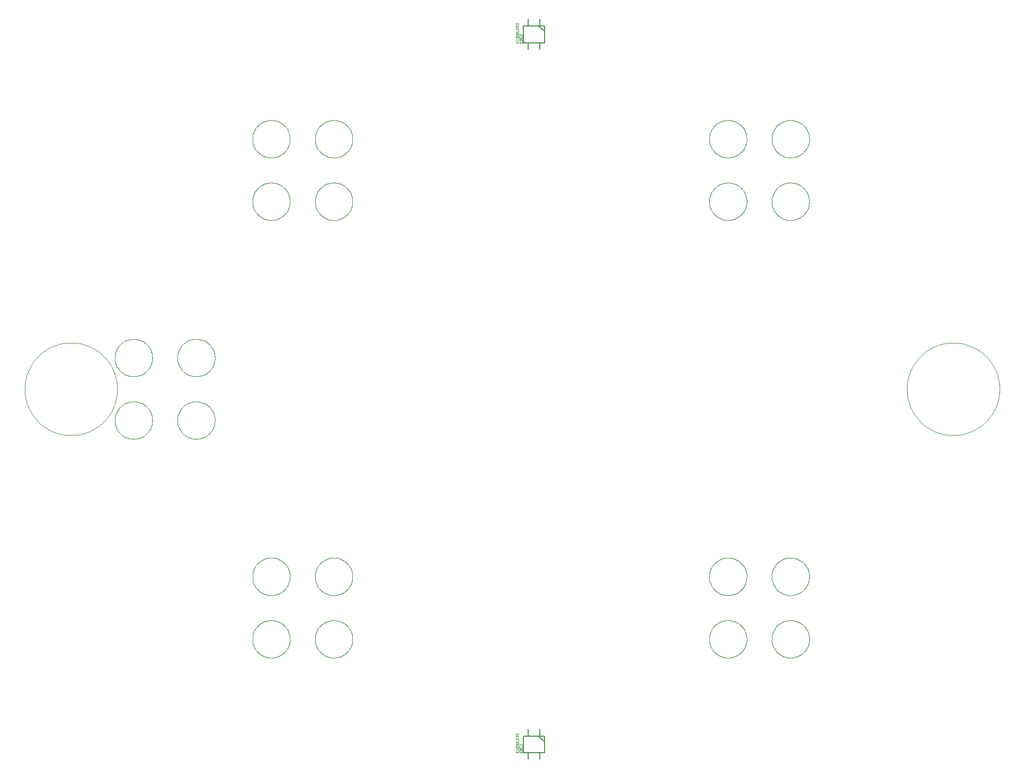
<source format=gbo>
G75*
%MOIN*%
%OFA0B0*%
%FSLAX24Y24*%
%IPPOS*%
%LPD*%
%AMOC8*
5,1,8,0,0,1.08239X$1,22.5*
%
%ADD10C,0.0039*%
%ADD11C,0.0050*%
%ADD12C,0.0000*%
D10*
X023487Y014747D02*
X023489Y014816D01*
X023495Y014884D01*
X023505Y014952D01*
X023519Y015019D01*
X023537Y015086D01*
X023558Y015151D01*
X023584Y015215D01*
X023613Y015277D01*
X023645Y015337D01*
X023681Y015396D01*
X023721Y015452D01*
X023763Y015506D01*
X023809Y015557D01*
X023858Y015606D01*
X023909Y015652D01*
X023963Y015694D01*
X024019Y015734D01*
X024077Y015770D01*
X024138Y015802D01*
X024200Y015831D01*
X024264Y015857D01*
X024329Y015878D01*
X024396Y015896D01*
X024463Y015910D01*
X024531Y015920D01*
X024599Y015926D01*
X024668Y015928D01*
X024737Y015926D01*
X024805Y015920D01*
X024873Y015910D01*
X024940Y015896D01*
X025007Y015878D01*
X025072Y015857D01*
X025136Y015831D01*
X025198Y015802D01*
X025258Y015770D01*
X025317Y015734D01*
X025373Y015694D01*
X025427Y015652D01*
X025478Y015606D01*
X025527Y015557D01*
X025573Y015506D01*
X025615Y015452D01*
X025655Y015396D01*
X025691Y015337D01*
X025723Y015277D01*
X025752Y015215D01*
X025778Y015151D01*
X025799Y015086D01*
X025817Y015019D01*
X025831Y014952D01*
X025841Y014884D01*
X025847Y014816D01*
X025849Y014747D01*
X025847Y014678D01*
X025841Y014610D01*
X025831Y014542D01*
X025817Y014475D01*
X025799Y014408D01*
X025778Y014343D01*
X025752Y014279D01*
X025723Y014217D01*
X025691Y014156D01*
X025655Y014098D01*
X025615Y014042D01*
X025573Y013988D01*
X025527Y013937D01*
X025478Y013888D01*
X025427Y013842D01*
X025373Y013800D01*
X025317Y013760D01*
X025259Y013724D01*
X025198Y013692D01*
X025136Y013663D01*
X025072Y013637D01*
X025007Y013616D01*
X024940Y013598D01*
X024873Y013584D01*
X024805Y013574D01*
X024737Y013568D01*
X024668Y013566D01*
X024599Y013568D01*
X024531Y013574D01*
X024463Y013584D01*
X024396Y013598D01*
X024329Y013616D01*
X024264Y013637D01*
X024200Y013663D01*
X024138Y013692D01*
X024077Y013724D01*
X024019Y013760D01*
X023963Y013800D01*
X023909Y013842D01*
X023858Y013888D01*
X023809Y013937D01*
X023763Y013988D01*
X023721Y014042D01*
X023681Y014098D01*
X023645Y014156D01*
X023613Y014217D01*
X023584Y014279D01*
X023558Y014343D01*
X023537Y014408D01*
X023519Y014475D01*
X023505Y014542D01*
X023495Y014610D01*
X023489Y014678D01*
X023487Y014747D01*
X023487Y018684D02*
X023489Y018753D01*
X023495Y018821D01*
X023505Y018889D01*
X023519Y018956D01*
X023537Y019023D01*
X023558Y019088D01*
X023584Y019152D01*
X023613Y019214D01*
X023645Y019274D01*
X023681Y019333D01*
X023721Y019389D01*
X023763Y019443D01*
X023809Y019494D01*
X023858Y019543D01*
X023909Y019589D01*
X023963Y019631D01*
X024019Y019671D01*
X024077Y019707D01*
X024138Y019739D01*
X024200Y019768D01*
X024264Y019794D01*
X024329Y019815D01*
X024396Y019833D01*
X024463Y019847D01*
X024531Y019857D01*
X024599Y019863D01*
X024668Y019865D01*
X024737Y019863D01*
X024805Y019857D01*
X024873Y019847D01*
X024940Y019833D01*
X025007Y019815D01*
X025072Y019794D01*
X025136Y019768D01*
X025198Y019739D01*
X025258Y019707D01*
X025317Y019671D01*
X025373Y019631D01*
X025427Y019589D01*
X025478Y019543D01*
X025527Y019494D01*
X025573Y019443D01*
X025615Y019389D01*
X025655Y019333D01*
X025691Y019274D01*
X025723Y019214D01*
X025752Y019152D01*
X025778Y019088D01*
X025799Y019023D01*
X025817Y018956D01*
X025831Y018889D01*
X025841Y018821D01*
X025847Y018753D01*
X025849Y018684D01*
X025847Y018615D01*
X025841Y018547D01*
X025831Y018479D01*
X025817Y018412D01*
X025799Y018345D01*
X025778Y018280D01*
X025752Y018216D01*
X025723Y018154D01*
X025691Y018093D01*
X025655Y018035D01*
X025615Y017979D01*
X025573Y017925D01*
X025527Y017874D01*
X025478Y017825D01*
X025427Y017779D01*
X025373Y017737D01*
X025317Y017697D01*
X025259Y017661D01*
X025198Y017629D01*
X025136Y017600D01*
X025072Y017574D01*
X025007Y017553D01*
X024940Y017535D01*
X024873Y017521D01*
X024805Y017511D01*
X024737Y017505D01*
X024668Y017503D01*
X024599Y017505D01*
X024531Y017511D01*
X024463Y017521D01*
X024396Y017535D01*
X024329Y017553D01*
X024264Y017574D01*
X024200Y017600D01*
X024138Y017629D01*
X024077Y017661D01*
X024019Y017697D01*
X023963Y017737D01*
X023909Y017779D01*
X023858Y017825D01*
X023809Y017874D01*
X023763Y017925D01*
X023721Y017979D01*
X023681Y018035D01*
X023645Y018093D01*
X023613Y018154D01*
X023584Y018216D01*
X023558Y018280D01*
X023537Y018345D01*
X023519Y018412D01*
X023505Y018479D01*
X023495Y018547D01*
X023489Y018615D01*
X023487Y018684D01*
X027424Y018684D02*
X027426Y018753D01*
X027432Y018821D01*
X027442Y018889D01*
X027456Y018956D01*
X027474Y019023D01*
X027495Y019088D01*
X027521Y019152D01*
X027550Y019214D01*
X027582Y019274D01*
X027618Y019333D01*
X027658Y019389D01*
X027700Y019443D01*
X027746Y019494D01*
X027795Y019543D01*
X027846Y019589D01*
X027900Y019631D01*
X027956Y019671D01*
X028014Y019707D01*
X028075Y019739D01*
X028137Y019768D01*
X028201Y019794D01*
X028266Y019815D01*
X028333Y019833D01*
X028400Y019847D01*
X028468Y019857D01*
X028536Y019863D01*
X028605Y019865D01*
X028674Y019863D01*
X028742Y019857D01*
X028810Y019847D01*
X028877Y019833D01*
X028944Y019815D01*
X029009Y019794D01*
X029073Y019768D01*
X029135Y019739D01*
X029195Y019707D01*
X029254Y019671D01*
X029310Y019631D01*
X029364Y019589D01*
X029415Y019543D01*
X029464Y019494D01*
X029510Y019443D01*
X029552Y019389D01*
X029592Y019333D01*
X029628Y019274D01*
X029660Y019214D01*
X029689Y019152D01*
X029715Y019088D01*
X029736Y019023D01*
X029754Y018956D01*
X029768Y018889D01*
X029778Y018821D01*
X029784Y018753D01*
X029786Y018684D01*
X029784Y018615D01*
X029778Y018547D01*
X029768Y018479D01*
X029754Y018412D01*
X029736Y018345D01*
X029715Y018280D01*
X029689Y018216D01*
X029660Y018154D01*
X029628Y018093D01*
X029592Y018035D01*
X029552Y017979D01*
X029510Y017925D01*
X029464Y017874D01*
X029415Y017825D01*
X029364Y017779D01*
X029310Y017737D01*
X029254Y017697D01*
X029196Y017661D01*
X029135Y017629D01*
X029073Y017600D01*
X029009Y017574D01*
X028944Y017553D01*
X028877Y017535D01*
X028810Y017521D01*
X028742Y017511D01*
X028674Y017505D01*
X028605Y017503D01*
X028536Y017505D01*
X028468Y017511D01*
X028400Y017521D01*
X028333Y017535D01*
X028266Y017553D01*
X028201Y017574D01*
X028137Y017600D01*
X028075Y017629D01*
X028014Y017661D01*
X027956Y017697D01*
X027900Y017737D01*
X027846Y017779D01*
X027795Y017825D01*
X027746Y017874D01*
X027700Y017925D01*
X027658Y017979D01*
X027618Y018035D01*
X027582Y018093D01*
X027550Y018154D01*
X027521Y018216D01*
X027495Y018280D01*
X027474Y018345D01*
X027456Y018412D01*
X027442Y018479D01*
X027432Y018547D01*
X027426Y018615D01*
X027424Y018684D01*
X027424Y014747D02*
X027426Y014816D01*
X027432Y014884D01*
X027442Y014952D01*
X027456Y015019D01*
X027474Y015086D01*
X027495Y015151D01*
X027521Y015215D01*
X027550Y015277D01*
X027582Y015337D01*
X027618Y015396D01*
X027658Y015452D01*
X027700Y015506D01*
X027746Y015557D01*
X027795Y015606D01*
X027846Y015652D01*
X027900Y015694D01*
X027956Y015734D01*
X028014Y015770D01*
X028075Y015802D01*
X028137Y015831D01*
X028201Y015857D01*
X028266Y015878D01*
X028333Y015896D01*
X028400Y015910D01*
X028468Y015920D01*
X028536Y015926D01*
X028605Y015928D01*
X028674Y015926D01*
X028742Y015920D01*
X028810Y015910D01*
X028877Y015896D01*
X028944Y015878D01*
X029009Y015857D01*
X029073Y015831D01*
X029135Y015802D01*
X029195Y015770D01*
X029254Y015734D01*
X029310Y015694D01*
X029364Y015652D01*
X029415Y015606D01*
X029464Y015557D01*
X029510Y015506D01*
X029552Y015452D01*
X029592Y015396D01*
X029628Y015337D01*
X029660Y015277D01*
X029689Y015215D01*
X029715Y015151D01*
X029736Y015086D01*
X029754Y015019D01*
X029768Y014952D01*
X029778Y014884D01*
X029784Y014816D01*
X029786Y014747D01*
X029784Y014678D01*
X029778Y014610D01*
X029768Y014542D01*
X029754Y014475D01*
X029736Y014408D01*
X029715Y014343D01*
X029689Y014279D01*
X029660Y014217D01*
X029628Y014156D01*
X029592Y014098D01*
X029552Y014042D01*
X029510Y013988D01*
X029464Y013937D01*
X029415Y013888D01*
X029364Y013842D01*
X029310Y013800D01*
X029254Y013760D01*
X029196Y013724D01*
X029135Y013692D01*
X029073Y013663D01*
X029009Y013637D01*
X028944Y013616D01*
X028877Y013598D01*
X028810Y013584D01*
X028742Y013574D01*
X028674Y013568D01*
X028605Y013566D01*
X028536Y013568D01*
X028468Y013574D01*
X028400Y013584D01*
X028333Y013598D01*
X028266Y013616D01*
X028201Y013637D01*
X028137Y013663D01*
X028075Y013692D01*
X028014Y013724D01*
X027956Y013760D01*
X027900Y013800D01*
X027846Y013842D01*
X027795Y013888D01*
X027746Y013937D01*
X027700Y013988D01*
X027658Y014042D01*
X027618Y014098D01*
X027582Y014156D01*
X027550Y014217D01*
X027521Y014279D01*
X027495Y014343D01*
X027474Y014408D01*
X027456Y014475D01*
X027442Y014542D01*
X027432Y014610D01*
X027426Y014678D01*
X027424Y014747D01*
X018763Y028526D02*
X018765Y028595D01*
X018771Y028663D01*
X018781Y028731D01*
X018795Y028798D01*
X018813Y028865D01*
X018834Y028930D01*
X018860Y028994D01*
X018889Y029056D01*
X018921Y029116D01*
X018957Y029175D01*
X018997Y029231D01*
X019039Y029285D01*
X019085Y029336D01*
X019134Y029385D01*
X019185Y029431D01*
X019239Y029473D01*
X019295Y029513D01*
X019353Y029549D01*
X019414Y029581D01*
X019476Y029610D01*
X019540Y029636D01*
X019605Y029657D01*
X019672Y029675D01*
X019739Y029689D01*
X019807Y029699D01*
X019875Y029705D01*
X019944Y029707D01*
X020013Y029705D01*
X020081Y029699D01*
X020149Y029689D01*
X020216Y029675D01*
X020283Y029657D01*
X020348Y029636D01*
X020412Y029610D01*
X020474Y029581D01*
X020534Y029549D01*
X020593Y029513D01*
X020649Y029473D01*
X020703Y029431D01*
X020754Y029385D01*
X020803Y029336D01*
X020849Y029285D01*
X020891Y029231D01*
X020931Y029175D01*
X020967Y029116D01*
X020999Y029056D01*
X021028Y028994D01*
X021054Y028930D01*
X021075Y028865D01*
X021093Y028798D01*
X021107Y028731D01*
X021117Y028663D01*
X021123Y028595D01*
X021125Y028526D01*
X021123Y028457D01*
X021117Y028389D01*
X021107Y028321D01*
X021093Y028254D01*
X021075Y028187D01*
X021054Y028122D01*
X021028Y028058D01*
X020999Y027996D01*
X020967Y027935D01*
X020931Y027877D01*
X020891Y027821D01*
X020849Y027767D01*
X020803Y027716D01*
X020754Y027667D01*
X020703Y027621D01*
X020649Y027579D01*
X020593Y027539D01*
X020535Y027503D01*
X020474Y027471D01*
X020412Y027442D01*
X020348Y027416D01*
X020283Y027395D01*
X020216Y027377D01*
X020149Y027363D01*
X020081Y027353D01*
X020013Y027347D01*
X019944Y027345D01*
X019875Y027347D01*
X019807Y027353D01*
X019739Y027363D01*
X019672Y027377D01*
X019605Y027395D01*
X019540Y027416D01*
X019476Y027442D01*
X019414Y027471D01*
X019353Y027503D01*
X019295Y027539D01*
X019239Y027579D01*
X019185Y027621D01*
X019134Y027667D01*
X019085Y027716D01*
X019039Y027767D01*
X018997Y027821D01*
X018957Y027877D01*
X018921Y027935D01*
X018889Y027996D01*
X018860Y028058D01*
X018834Y028122D01*
X018813Y028187D01*
X018795Y028254D01*
X018781Y028321D01*
X018771Y028389D01*
X018765Y028457D01*
X018763Y028526D01*
X014826Y028526D02*
X014828Y028595D01*
X014834Y028663D01*
X014844Y028731D01*
X014858Y028798D01*
X014876Y028865D01*
X014897Y028930D01*
X014923Y028994D01*
X014952Y029056D01*
X014984Y029116D01*
X015020Y029175D01*
X015060Y029231D01*
X015102Y029285D01*
X015148Y029336D01*
X015197Y029385D01*
X015248Y029431D01*
X015302Y029473D01*
X015358Y029513D01*
X015416Y029549D01*
X015477Y029581D01*
X015539Y029610D01*
X015603Y029636D01*
X015668Y029657D01*
X015735Y029675D01*
X015802Y029689D01*
X015870Y029699D01*
X015938Y029705D01*
X016007Y029707D01*
X016076Y029705D01*
X016144Y029699D01*
X016212Y029689D01*
X016279Y029675D01*
X016346Y029657D01*
X016411Y029636D01*
X016475Y029610D01*
X016537Y029581D01*
X016597Y029549D01*
X016656Y029513D01*
X016712Y029473D01*
X016766Y029431D01*
X016817Y029385D01*
X016866Y029336D01*
X016912Y029285D01*
X016954Y029231D01*
X016994Y029175D01*
X017030Y029116D01*
X017062Y029056D01*
X017091Y028994D01*
X017117Y028930D01*
X017138Y028865D01*
X017156Y028798D01*
X017170Y028731D01*
X017180Y028663D01*
X017186Y028595D01*
X017188Y028526D01*
X017186Y028457D01*
X017180Y028389D01*
X017170Y028321D01*
X017156Y028254D01*
X017138Y028187D01*
X017117Y028122D01*
X017091Y028058D01*
X017062Y027996D01*
X017030Y027935D01*
X016994Y027877D01*
X016954Y027821D01*
X016912Y027767D01*
X016866Y027716D01*
X016817Y027667D01*
X016766Y027621D01*
X016712Y027579D01*
X016656Y027539D01*
X016598Y027503D01*
X016537Y027471D01*
X016475Y027442D01*
X016411Y027416D01*
X016346Y027395D01*
X016279Y027377D01*
X016212Y027363D01*
X016144Y027353D01*
X016076Y027347D01*
X016007Y027345D01*
X015938Y027347D01*
X015870Y027353D01*
X015802Y027363D01*
X015735Y027377D01*
X015668Y027395D01*
X015603Y027416D01*
X015539Y027442D01*
X015477Y027471D01*
X015416Y027503D01*
X015358Y027539D01*
X015302Y027579D01*
X015248Y027621D01*
X015197Y027667D01*
X015148Y027716D01*
X015102Y027767D01*
X015060Y027821D01*
X015020Y027877D01*
X014984Y027935D01*
X014952Y027996D01*
X014923Y028058D01*
X014897Y028122D01*
X014876Y028187D01*
X014858Y028254D01*
X014844Y028321D01*
X014834Y028389D01*
X014828Y028457D01*
X014826Y028526D01*
X009157Y030495D02*
X009159Y030603D01*
X009165Y030710D01*
X009175Y030817D01*
X009189Y030924D01*
X009207Y031030D01*
X009228Y031136D01*
X009254Y031240D01*
X009283Y031344D01*
X009317Y031446D01*
X009354Y031547D01*
X009394Y031647D01*
X009439Y031745D01*
X009487Y031841D01*
X009538Y031936D01*
X009593Y032028D01*
X009652Y032119D01*
X009713Y032207D01*
X009778Y032293D01*
X009846Y032377D01*
X009917Y032457D01*
X009991Y032536D01*
X010068Y032611D01*
X010148Y032684D01*
X010230Y032753D01*
X010315Y032820D01*
X010402Y032883D01*
X010491Y032943D01*
X010583Y033000D01*
X010676Y033053D01*
X010772Y033103D01*
X010869Y033149D01*
X010968Y033191D01*
X011068Y033230D01*
X011170Y033265D01*
X011273Y033297D01*
X011377Y033324D01*
X011482Y033348D01*
X011588Y033368D01*
X011694Y033384D01*
X011801Y033396D01*
X011909Y033404D01*
X012016Y033408D01*
X012124Y033408D01*
X012231Y033404D01*
X012339Y033396D01*
X012446Y033384D01*
X012552Y033368D01*
X012658Y033348D01*
X012763Y033324D01*
X012867Y033297D01*
X012970Y033265D01*
X013072Y033230D01*
X013172Y033191D01*
X013271Y033149D01*
X013368Y033103D01*
X013464Y033053D01*
X013557Y033000D01*
X013649Y032943D01*
X013738Y032883D01*
X013825Y032820D01*
X013910Y032753D01*
X013992Y032684D01*
X014072Y032611D01*
X014149Y032536D01*
X014223Y032457D01*
X014294Y032377D01*
X014362Y032293D01*
X014427Y032207D01*
X014488Y032119D01*
X014547Y032028D01*
X014602Y031936D01*
X014653Y031841D01*
X014701Y031745D01*
X014746Y031647D01*
X014786Y031547D01*
X014823Y031446D01*
X014857Y031344D01*
X014886Y031240D01*
X014912Y031136D01*
X014933Y031030D01*
X014951Y030924D01*
X014965Y030817D01*
X014975Y030710D01*
X014981Y030603D01*
X014983Y030495D01*
X014981Y030387D01*
X014975Y030280D01*
X014965Y030173D01*
X014951Y030066D01*
X014933Y029960D01*
X014912Y029854D01*
X014886Y029750D01*
X014857Y029646D01*
X014823Y029544D01*
X014786Y029443D01*
X014746Y029343D01*
X014701Y029245D01*
X014653Y029149D01*
X014602Y029054D01*
X014547Y028962D01*
X014488Y028871D01*
X014427Y028783D01*
X014362Y028697D01*
X014294Y028613D01*
X014223Y028533D01*
X014149Y028454D01*
X014072Y028379D01*
X013992Y028306D01*
X013910Y028237D01*
X013825Y028170D01*
X013738Y028107D01*
X013649Y028047D01*
X013557Y027990D01*
X013464Y027937D01*
X013368Y027887D01*
X013271Y027841D01*
X013172Y027799D01*
X013072Y027760D01*
X012970Y027725D01*
X012867Y027693D01*
X012763Y027666D01*
X012658Y027642D01*
X012552Y027622D01*
X012446Y027606D01*
X012339Y027594D01*
X012231Y027586D01*
X012124Y027582D01*
X012016Y027582D01*
X011909Y027586D01*
X011801Y027594D01*
X011694Y027606D01*
X011588Y027622D01*
X011482Y027642D01*
X011377Y027666D01*
X011273Y027693D01*
X011170Y027725D01*
X011068Y027760D01*
X010968Y027799D01*
X010869Y027841D01*
X010772Y027887D01*
X010676Y027937D01*
X010583Y027990D01*
X010491Y028047D01*
X010402Y028107D01*
X010315Y028170D01*
X010230Y028237D01*
X010148Y028306D01*
X010068Y028379D01*
X009991Y028454D01*
X009917Y028533D01*
X009846Y028613D01*
X009778Y028697D01*
X009713Y028783D01*
X009652Y028871D01*
X009593Y028962D01*
X009538Y029054D01*
X009487Y029149D01*
X009439Y029245D01*
X009394Y029343D01*
X009354Y029443D01*
X009317Y029544D01*
X009283Y029646D01*
X009254Y029750D01*
X009228Y029854D01*
X009207Y029960D01*
X009189Y030066D01*
X009175Y030173D01*
X009165Y030280D01*
X009159Y030387D01*
X009157Y030495D01*
X014826Y032463D02*
X014828Y032532D01*
X014834Y032600D01*
X014844Y032668D01*
X014858Y032735D01*
X014876Y032802D01*
X014897Y032867D01*
X014923Y032931D01*
X014952Y032993D01*
X014984Y033053D01*
X015020Y033112D01*
X015060Y033168D01*
X015102Y033222D01*
X015148Y033273D01*
X015197Y033322D01*
X015248Y033368D01*
X015302Y033410D01*
X015358Y033450D01*
X015416Y033486D01*
X015477Y033518D01*
X015539Y033547D01*
X015603Y033573D01*
X015668Y033594D01*
X015735Y033612D01*
X015802Y033626D01*
X015870Y033636D01*
X015938Y033642D01*
X016007Y033644D01*
X016076Y033642D01*
X016144Y033636D01*
X016212Y033626D01*
X016279Y033612D01*
X016346Y033594D01*
X016411Y033573D01*
X016475Y033547D01*
X016537Y033518D01*
X016597Y033486D01*
X016656Y033450D01*
X016712Y033410D01*
X016766Y033368D01*
X016817Y033322D01*
X016866Y033273D01*
X016912Y033222D01*
X016954Y033168D01*
X016994Y033112D01*
X017030Y033053D01*
X017062Y032993D01*
X017091Y032931D01*
X017117Y032867D01*
X017138Y032802D01*
X017156Y032735D01*
X017170Y032668D01*
X017180Y032600D01*
X017186Y032532D01*
X017188Y032463D01*
X017186Y032394D01*
X017180Y032326D01*
X017170Y032258D01*
X017156Y032191D01*
X017138Y032124D01*
X017117Y032059D01*
X017091Y031995D01*
X017062Y031933D01*
X017030Y031872D01*
X016994Y031814D01*
X016954Y031758D01*
X016912Y031704D01*
X016866Y031653D01*
X016817Y031604D01*
X016766Y031558D01*
X016712Y031516D01*
X016656Y031476D01*
X016598Y031440D01*
X016537Y031408D01*
X016475Y031379D01*
X016411Y031353D01*
X016346Y031332D01*
X016279Y031314D01*
X016212Y031300D01*
X016144Y031290D01*
X016076Y031284D01*
X016007Y031282D01*
X015938Y031284D01*
X015870Y031290D01*
X015802Y031300D01*
X015735Y031314D01*
X015668Y031332D01*
X015603Y031353D01*
X015539Y031379D01*
X015477Y031408D01*
X015416Y031440D01*
X015358Y031476D01*
X015302Y031516D01*
X015248Y031558D01*
X015197Y031604D01*
X015148Y031653D01*
X015102Y031704D01*
X015060Y031758D01*
X015020Y031814D01*
X014984Y031872D01*
X014952Y031933D01*
X014923Y031995D01*
X014897Y032059D01*
X014876Y032124D01*
X014858Y032191D01*
X014844Y032258D01*
X014834Y032326D01*
X014828Y032394D01*
X014826Y032463D01*
X018763Y032463D02*
X018765Y032532D01*
X018771Y032600D01*
X018781Y032668D01*
X018795Y032735D01*
X018813Y032802D01*
X018834Y032867D01*
X018860Y032931D01*
X018889Y032993D01*
X018921Y033053D01*
X018957Y033112D01*
X018997Y033168D01*
X019039Y033222D01*
X019085Y033273D01*
X019134Y033322D01*
X019185Y033368D01*
X019239Y033410D01*
X019295Y033450D01*
X019353Y033486D01*
X019414Y033518D01*
X019476Y033547D01*
X019540Y033573D01*
X019605Y033594D01*
X019672Y033612D01*
X019739Y033626D01*
X019807Y033636D01*
X019875Y033642D01*
X019944Y033644D01*
X020013Y033642D01*
X020081Y033636D01*
X020149Y033626D01*
X020216Y033612D01*
X020283Y033594D01*
X020348Y033573D01*
X020412Y033547D01*
X020474Y033518D01*
X020534Y033486D01*
X020593Y033450D01*
X020649Y033410D01*
X020703Y033368D01*
X020754Y033322D01*
X020803Y033273D01*
X020849Y033222D01*
X020891Y033168D01*
X020931Y033112D01*
X020967Y033053D01*
X020999Y032993D01*
X021028Y032931D01*
X021054Y032867D01*
X021075Y032802D01*
X021093Y032735D01*
X021107Y032668D01*
X021117Y032600D01*
X021123Y032532D01*
X021125Y032463D01*
X021123Y032394D01*
X021117Y032326D01*
X021107Y032258D01*
X021093Y032191D01*
X021075Y032124D01*
X021054Y032059D01*
X021028Y031995D01*
X020999Y031933D01*
X020967Y031872D01*
X020931Y031814D01*
X020891Y031758D01*
X020849Y031704D01*
X020803Y031653D01*
X020754Y031604D01*
X020703Y031558D01*
X020649Y031516D01*
X020593Y031476D01*
X020535Y031440D01*
X020474Y031408D01*
X020412Y031379D01*
X020348Y031353D01*
X020283Y031332D01*
X020216Y031314D01*
X020149Y031300D01*
X020081Y031290D01*
X020013Y031284D01*
X019944Y031282D01*
X019875Y031284D01*
X019807Y031290D01*
X019739Y031300D01*
X019672Y031314D01*
X019605Y031332D01*
X019540Y031353D01*
X019476Y031379D01*
X019414Y031408D01*
X019353Y031440D01*
X019295Y031476D01*
X019239Y031516D01*
X019185Y031558D01*
X019134Y031604D01*
X019085Y031653D01*
X019039Y031704D01*
X018997Y031758D01*
X018957Y031814D01*
X018921Y031872D01*
X018889Y031933D01*
X018860Y031995D01*
X018834Y032059D01*
X018813Y032124D01*
X018795Y032191D01*
X018781Y032258D01*
X018771Y032326D01*
X018765Y032394D01*
X018763Y032463D01*
X023487Y042306D02*
X023489Y042375D01*
X023495Y042443D01*
X023505Y042511D01*
X023519Y042578D01*
X023537Y042645D01*
X023558Y042710D01*
X023584Y042774D01*
X023613Y042836D01*
X023645Y042896D01*
X023681Y042955D01*
X023721Y043011D01*
X023763Y043065D01*
X023809Y043116D01*
X023858Y043165D01*
X023909Y043211D01*
X023963Y043253D01*
X024019Y043293D01*
X024077Y043329D01*
X024138Y043361D01*
X024200Y043390D01*
X024264Y043416D01*
X024329Y043437D01*
X024396Y043455D01*
X024463Y043469D01*
X024531Y043479D01*
X024599Y043485D01*
X024668Y043487D01*
X024737Y043485D01*
X024805Y043479D01*
X024873Y043469D01*
X024940Y043455D01*
X025007Y043437D01*
X025072Y043416D01*
X025136Y043390D01*
X025198Y043361D01*
X025258Y043329D01*
X025317Y043293D01*
X025373Y043253D01*
X025427Y043211D01*
X025478Y043165D01*
X025527Y043116D01*
X025573Y043065D01*
X025615Y043011D01*
X025655Y042955D01*
X025691Y042896D01*
X025723Y042836D01*
X025752Y042774D01*
X025778Y042710D01*
X025799Y042645D01*
X025817Y042578D01*
X025831Y042511D01*
X025841Y042443D01*
X025847Y042375D01*
X025849Y042306D01*
X025847Y042237D01*
X025841Y042169D01*
X025831Y042101D01*
X025817Y042034D01*
X025799Y041967D01*
X025778Y041902D01*
X025752Y041838D01*
X025723Y041776D01*
X025691Y041715D01*
X025655Y041657D01*
X025615Y041601D01*
X025573Y041547D01*
X025527Y041496D01*
X025478Y041447D01*
X025427Y041401D01*
X025373Y041359D01*
X025317Y041319D01*
X025259Y041283D01*
X025198Y041251D01*
X025136Y041222D01*
X025072Y041196D01*
X025007Y041175D01*
X024940Y041157D01*
X024873Y041143D01*
X024805Y041133D01*
X024737Y041127D01*
X024668Y041125D01*
X024599Y041127D01*
X024531Y041133D01*
X024463Y041143D01*
X024396Y041157D01*
X024329Y041175D01*
X024264Y041196D01*
X024200Y041222D01*
X024138Y041251D01*
X024077Y041283D01*
X024019Y041319D01*
X023963Y041359D01*
X023909Y041401D01*
X023858Y041447D01*
X023809Y041496D01*
X023763Y041547D01*
X023721Y041601D01*
X023681Y041657D01*
X023645Y041715D01*
X023613Y041776D01*
X023584Y041838D01*
X023558Y041902D01*
X023537Y041967D01*
X023519Y042034D01*
X023505Y042101D01*
X023495Y042169D01*
X023489Y042237D01*
X023487Y042306D01*
X023487Y046243D02*
X023489Y046312D01*
X023495Y046380D01*
X023505Y046448D01*
X023519Y046515D01*
X023537Y046582D01*
X023558Y046647D01*
X023584Y046711D01*
X023613Y046773D01*
X023645Y046833D01*
X023681Y046892D01*
X023721Y046948D01*
X023763Y047002D01*
X023809Y047053D01*
X023858Y047102D01*
X023909Y047148D01*
X023963Y047190D01*
X024019Y047230D01*
X024077Y047266D01*
X024138Y047298D01*
X024200Y047327D01*
X024264Y047353D01*
X024329Y047374D01*
X024396Y047392D01*
X024463Y047406D01*
X024531Y047416D01*
X024599Y047422D01*
X024668Y047424D01*
X024737Y047422D01*
X024805Y047416D01*
X024873Y047406D01*
X024940Y047392D01*
X025007Y047374D01*
X025072Y047353D01*
X025136Y047327D01*
X025198Y047298D01*
X025258Y047266D01*
X025317Y047230D01*
X025373Y047190D01*
X025427Y047148D01*
X025478Y047102D01*
X025527Y047053D01*
X025573Y047002D01*
X025615Y046948D01*
X025655Y046892D01*
X025691Y046833D01*
X025723Y046773D01*
X025752Y046711D01*
X025778Y046647D01*
X025799Y046582D01*
X025817Y046515D01*
X025831Y046448D01*
X025841Y046380D01*
X025847Y046312D01*
X025849Y046243D01*
X025847Y046174D01*
X025841Y046106D01*
X025831Y046038D01*
X025817Y045971D01*
X025799Y045904D01*
X025778Y045839D01*
X025752Y045775D01*
X025723Y045713D01*
X025691Y045652D01*
X025655Y045594D01*
X025615Y045538D01*
X025573Y045484D01*
X025527Y045433D01*
X025478Y045384D01*
X025427Y045338D01*
X025373Y045296D01*
X025317Y045256D01*
X025259Y045220D01*
X025198Y045188D01*
X025136Y045159D01*
X025072Y045133D01*
X025007Y045112D01*
X024940Y045094D01*
X024873Y045080D01*
X024805Y045070D01*
X024737Y045064D01*
X024668Y045062D01*
X024599Y045064D01*
X024531Y045070D01*
X024463Y045080D01*
X024396Y045094D01*
X024329Y045112D01*
X024264Y045133D01*
X024200Y045159D01*
X024138Y045188D01*
X024077Y045220D01*
X024019Y045256D01*
X023963Y045296D01*
X023909Y045338D01*
X023858Y045384D01*
X023809Y045433D01*
X023763Y045484D01*
X023721Y045538D01*
X023681Y045594D01*
X023645Y045652D01*
X023613Y045713D01*
X023584Y045775D01*
X023558Y045839D01*
X023537Y045904D01*
X023519Y045971D01*
X023505Y046038D01*
X023495Y046106D01*
X023489Y046174D01*
X023487Y046243D01*
X027424Y046243D02*
X027426Y046312D01*
X027432Y046380D01*
X027442Y046448D01*
X027456Y046515D01*
X027474Y046582D01*
X027495Y046647D01*
X027521Y046711D01*
X027550Y046773D01*
X027582Y046833D01*
X027618Y046892D01*
X027658Y046948D01*
X027700Y047002D01*
X027746Y047053D01*
X027795Y047102D01*
X027846Y047148D01*
X027900Y047190D01*
X027956Y047230D01*
X028014Y047266D01*
X028075Y047298D01*
X028137Y047327D01*
X028201Y047353D01*
X028266Y047374D01*
X028333Y047392D01*
X028400Y047406D01*
X028468Y047416D01*
X028536Y047422D01*
X028605Y047424D01*
X028674Y047422D01*
X028742Y047416D01*
X028810Y047406D01*
X028877Y047392D01*
X028944Y047374D01*
X029009Y047353D01*
X029073Y047327D01*
X029135Y047298D01*
X029195Y047266D01*
X029254Y047230D01*
X029310Y047190D01*
X029364Y047148D01*
X029415Y047102D01*
X029464Y047053D01*
X029510Y047002D01*
X029552Y046948D01*
X029592Y046892D01*
X029628Y046833D01*
X029660Y046773D01*
X029689Y046711D01*
X029715Y046647D01*
X029736Y046582D01*
X029754Y046515D01*
X029768Y046448D01*
X029778Y046380D01*
X029784Y046312D01*
X029786Y046243D01*
X029784Y046174D01*
X029778Y046106D01*
X029768Y046038D01*
X029754Y045971D01*
X029736Y045904D01*
X029715Y045839D01*
X029689Y045775D01*
X029660Y045713D01*
X029628Y045652D01*
X029592Y045594D01*
X029552Y045538D01*
X029510Y045484D01*
X029464Y045433D01*
X029415Y045384D01*
X029364Y045338D01*
X029310Y045296D01*
X029254Y045256D01*
X029196Y045220D01*
X029135Y045188D01*
X029073Y045159D01*
X029009Y045133D01*
X028944Y045112D01*
X028877Y045094D01*
X028810Y045080D01*
X028742Y045070D01*
X028674Y045064D01*
X028605Y045062D01*
X028536Y045064D01*
X028468Y045070D01*
X028400Y045080D01*
X028333Y045094D01*
X028266Y045112D01*
X028201Y045133D01*
X028137Y045159D01*
X028075Y045188D01*
X028014Y045220D01*
X027956Y045256D01*
X027900Y045296D01*
X027846Y045338D01*
X027795Y045384D01*
X027746Y045433D01*
X027700Y045484D01*
X027658Y045538D01*
X027618Y045594D01*
X027582Y045652D01*
X027550Y045713D01*
X027521Y045775D01*
X027495Y045839D01*
X027474Y045904D01*
X027456Y045971D01*
X027442Y046038D01*
X027432Y046106D01*
X027426Y046174D01*
X027424Y046243D01*
X027424Y042306D02*
X027426Y042375D01*
X027432Y042443D01*
X027442Y042511D01*
X027456Y042578D01*
X027474Y042645D01*
X027495Y042710D01*
X027521Y042774D01*
X027550Y042836D01*
X027582Y042896D01*
X027618Y042955D01*
X027658Y043011D01*
X027700Y043065D01*
X027746Y043116D01*
X027795Y043165D01*
X027846Y043211D01*
X027900Y043253D01*
X027956Y043293D01*
X028014Y043329D01*
X028075Y043361D01*
X028137Y043390D01*
X028201Y043416D01*
X028266Y043437D01*
X028333Y043455D01*
X028400Y043469D01*
X028468Y043479D01*
X028536Y043485D01*
X028605Y043487D01*
X028674Y043485D01*
X028742Y043479D01*
X028810Y043469D01*
X028877Y043455D01*
X028944Y043437D01*
X029009Y043416D01*
X029073Y043390D01*
X029135Y043361D01*
X029195Y043329D01*
X029254Y043293D01*
X029310Y043253D01*
X029364Y043211D01*
X029415Y043165D01*
X029464Y043116D01*
X029510Y043065D01*
X029552Y043011D01*
X029592Y042955D01*
X029628Y042896D01*
X029660Y042836D01*
X029689Y042774D01*
X029715Y042710D01*
X029736Y042645D01*
X029754Y042578D01*
X029768Y042511D01*
X029778Y042443D01*
X029784Y042375D01*
X029786Y042306D01*
X029784Y042237D01*
X029778Y042169D01*
X029768Y042101D01*
X029754Y042034D01*
X029736Y041967D01*
X029715Y041902D01*
X029689Y041838D01*
X029660Y041776D01*
X029628Y041715D01*
X029592Y041657D01*
X029552Y041601D01*
X029510Y041547D01*
X029464Y041496D01*
X029415Y041447D01*
X029364Y041401D01*
X029310Y041359D01*
X029254Y041319D01*
X029196Y041283D01*
X029135Y041251D01*
X029073Y041222D01*
X029009Y041196D01*
X028944Y041175D01*
X028877Y041157D01*
X028810Y041143D01*
X028742Y041133D01*
X028674Y041127D01*
X028605Y041125D01*
X028536Y041127D01*
X028468Y041133D01*
X028400Y041143D01*
X028333Y041157D01*
X028266Y041175D01*
X028201Y041196D01*
X028137Y041222D01*
X028075Y041251D01*
X028014Y041283D01*
X027956Y041319D01*
X027900Y041359D01*
X027846Y041401D01*
X027795Y041447D01*
X027746Y041496D01*
X027700Y041547D01*
X027658Y041601D01*
X027618Y041657D01*
X027582Y041715D01*
X027550Y041776D01*
X027521Y041838D01*
X027495Y041902D01*
X027474Y041967D01*
X027456Y042034D01*
X027442Y042101D01*
X027432Y042169D01*
X027426Y042237D01*
X027424Y042306D01*
X052227Y042306D02*
X052229Y042375D01*
X052235Y042443D01*
X052245Y042511D01*
X052259Y042578D01*
X052277Y042645D01*
X052298Y042710D01*
X052324Y042774D01*
X052353Y042836D01*
X052385Y042896D01*
X052421Y042955D01*
X052461Y043011D01*
X052503Y043065D01*
X052549Y043116D01*
X052598Y043165D01*
X052649Y043211D01*
X052703Y043253D01*
X052759Y043293D01*
X052817Y043329D01*
X052878Y043361D01*
X052940Y043390D01*
X053004Y043416D01*
X053069Y043437D01*
X053136Y043455D01*
X053203Y043469D01*
X053271Y043479D01*
X053339Y043485D01*
X053408Y043487D01*
X053477Y043485D01*
X053545Y043479D01*
X053613Y043469D01*
X053680Y043455D01*
X053747Y043437D01*
X053812Y043416D01*
X053876Y043390D01*
X053938Y043361D01*
X053998Y043329D01*
X054057Y043293D01*
X054113Y043253D01*
X054167Y043211D01*
X054218Y043165D01*
X054267Y043116D01*
X054313Y043065D01*
X054355Y043011D01*
X054395Y042955D01*
X054431Y042896D01*
X054463Y042836D01*
X054492Y042774D01*
X054518Y042710D01*
X054539Y042645D01*
X054557Y042578D01*
X054571Y042511D01*
X054581Y042443D01*
X054587Y042375D01*
X054589Y042306D01*
X054587Y042237D01*
X054581Y042169D01*
X054571Y042101D01*
X054557Y042034D01*
X054539Y041967D01*
X054518Y041902D01*
X054492Y041838D01*
X054463Y041776D01*
X054431Y041715D01*
X054395Y041657D01*
X054355Y041601D01*
X054313Y041547D01*
X054267Y041496D01*
X054218Y041447D01*
X054167Y041401D01*
X054113Y041359D01*
X054057Y041319D01*
X053999Y041283D01*
X053938Y041251D01*
X053876Y041222D01*
X053812Y041196D01*
X053747Y041175D01*
X053680Y041157D01*
X053613Y041143D01*
X053545Y041133D01*
X053477Y041127D01*
X053408Y041125D01*
X053339Y041127D01*
X053271Y041133D01*
X053203Y041143D01*
X053136Y041157D01*
X053069Y041175D01*
X053004Y041196D01*
X052940Y041222D01*
X052878Y041251D01*
X052817Y041283D01*
X052759Y041319D01*
X052703Y041359D01*
X052649Y041401D01*
X052598Y041447D01*
X052549Y041496D01*
X052503Y041547D01*
X052461Y041601D01*
X052421Y041657D01*
X052385Y041715D01*
X052353Y041776D01*
X052324Y041838D01*
X052298Y041902D01*
X052277Y041967D01*
X052259Y042034D01*
X052245Y042101D01*
X052235Y042169D01*
X052229Y042237D01*
X052227Y042306D01*
X052227Y046243D02*
X052229Y046312D01*
X052235Y046380D01*
X052245Y046448D01*
X052259Y046515D01*
X052277Y046582D01*
X052298Y046647D01*
X052324Y046711D01*
X052353Y046773D01*
X052385Y046833D01*
X052421Y046892D01*
X052461Y046948D01*
X052503Y047002D01*
X052549Y047053D01*
X052598Y047102D01*
X052649Y047148D01*
X052703Y047190D01*
X052759Y047230D01*
X052817Y047266D01*
X052878Y047298D01*
X052940Y047327D01*
X053004Y047353D01*
X053069Y047374D01*
X053136Y047392D01*
X053203Y047406D01*
X053271Y047416D01*
X053339Y047422D01*
X053408Y047424D01*
X053477Y047422D01*
X053545Y047416D01*
X053613Y047406D01*
X053680Y047392D01*
X053747Y047374D01*
X053812Y047353D01*
X053876Y047327D01*
X053938Y047298D01*
X053998Y047266D01*
X054057Y047230D01*
X054113Y047190D01*
X054167Y047148D01*
X054218Y047102D01*
X054267Y047053D01*
X054313Y047002D01*
X054355Y046948D01*
X054395Y046892D01*
X054431Y046833D01*
X054463Y046773D01*
X054492Y046711D01*
X054518Y046647D01*
X054539Y046582D01*
X054557Y046515D01*
X054571Y046448D01*
X054581Y046380D01*
X054587Y046312D01*
X054589Y046243D01*
X054587Y046174D01*
X054581Y046106D01*
X054571Y046038D01*
X054557Y045971D01*
X054539Y045904D01*
X054518Y045839D01*
X054492Y045775D01*
X054463Y045713D01*
X054431Y045652D01*
X054395Y045594D01*
X054355Y045538D01*
X054313Y045484D01*
X054267Y045433D01*
X054218Y045384D01*
X054167Y045338D01*
X054113Y045296D01*
X054057Y045256D01*
X053999Y045220D01*
X053938Y045188D01*
X053876Y045159D01*
X053812Y045133D01*
X053747Y045112D01*
X053680Y045094D01*
X053613Y045080D01*
X053545Y045070D01*
X053477Y045064D01*
X053408Y045062D01*
X053339Y045064D01*
X053271Y045070D01*
X053203Y045080D01*
X053136Y045094D01*
X053069Y045112D01*
X053004Y045133D01*
X052940Y045159D01*
X052878Y045188D01*
X052817Y045220D01*
X052759Y045256D01*
X052703Y045296D01*
X052649Y045338D01*
X052598Y045384D01*
X052549Y045433D01*
X052503Y045484D01*
X052461Y045538D01*
X052421Y045594D01*
X052385Y045652D01*
X052353Y045713D01*
X052324Y045775D01*
X052298Y045839D01*
X052277Y045904D01*
X052259Y045971D01*
X052245Y046038D01*
X052235Y046106D01*
X052229Y046174D01*
X052227Y046243D01*
X056164Y046243D02*
X056166Y046312D01*
X056172Y046380D01*
X056182Y046448D01*
X056196Y046515D01*
X056214Y046582D01*
X056235Y046647D01*
X056261Y046711D01*
X056290Y046773D01*
X056322Y046833D01*
X056358Y046892D01*
X056398Y046948D01*
X056440Y047002D01*
X056486Y047053D01*
X056535Y047102D01*
X056586Y047148D01*
X056640Y047190D01*
X056696Y047230D01*
X056754Y047266D01*
X056815Y047298D01*
X056877Y047327D01*
X056941Y047353D01*
X057006Y047374D01*
X057073Y047392D01*
X057140Y047406D01*
X057208Y047416D01*
X057276Y047422D01*
X057345Y047424D01*
X057414Y047422D01*
X057482Y047416D01*
X057550Y047406D01*
X057617Y047392D01*
X057684Y047374D01*
X057749Y047353D01*
X057813Y047327D01*
X057875Y047298D01*
X057935Y047266D01*
X057994Y047230D01*
X058050Y047190D01*
X058104Y047148D01*
X058155Y047102D01*
X058204Y047053D01*
X058250Y047002D01*
X058292Y046948D01*
X058332Y046892D01*
X058368Y046833D01*
X058400Y046773D01*
X058429Y046711D01*
X058455Y046647D01*
X058476Y046582D01*
X058494Y046515D01*
X058508Y046448D01*
X058518Y046380D01*
X058524Y046312D01*
X058526Y046243D01*
X058524Y046174D01*
X058518Y046106D01*
X058508Y046038D01*
X058494Y045971D01*
X058476Y045904D01*
X058455Y045839D01*
X058429Y045775D01*
X058400Y045713D01*
X058368Y045652D01*
X058332Y045594D01*
X058292Y045538D01*
X058250Y045484D01*
X058204Y045433D01*
X058155Y045384D01*
X058104Y045338D01*
X058050Y045296D01*
X057994Y045256D01*
X057936Y045220D01*
X057875Y045188D01*
X057813Y045159D01*
X057749Y045133D01*
X057684Y045112D01*
X057617Y045094D01*
X057550Y045080D01*
X057482Y045070D01*
X057414Y045064D01*
X057345Y045062D01*
X057276Y045064D01*
X057208Y045070D01*
X057140Y045080D01*
X057073Y045094D01*
X057006Y045112D01*
X056941Y045133D01*
X056877Y045159D01*
X056815Y045188D01*
X056754Y045220D01*
X056696Y045256D01*
X056640Y045296D01*
X056586Y045338D01*
X056535Y045384D01*
X056486Y045433D01*
X056440Y045484D01*
X056398Y045538D01*
X056358Y045594D01*
X056322Y045652D01*
X056290Y045713D01*
X056261Y045775D01*
X056235Y045839D01*
X056214Y045904D01*
X056196Y045971D01*
X056182Y046038D01*
X056172Y046106D01*
X056166Y046174D01*
X056164Y046243D01*
X056164Y042306D02*
X056166Y042375D01*
X056172Y042443D01*
X056182Y042511D01*
X056196Y042578D01*
X056214Y042645D01*
X056235Y042710D01*
X056261Y042774D01*
X056290Y042836D01*
X056322Y042896D01*
X056358Y042955D01*
X056398Y043011D01*
X056440Y043065D01*
X056486Y043116D01*
X056535Y043165D01*
X056586Y043211D01*
X056640Y043253D01*
X056696Y043293D01*
X056754Y043329D01*
X056815Y043361D01*
X056877Y043390D01*
X056941Y043416D01*
X057006Y043437D01*
X057073Y043455D01*
X057140Y043469D01*
X057208Y043479D01*
X057276Y043485D01*
X057345Y043487D01*
X057414Y043485D01*
X057482Y043479D01*
X057550Y043469D01*
X057617Y043455D01*
X057684Y043437D01*
X057749Y043416D01*
X057813Y043390D01*
X057875Y043361D01*
X057935Y043329D01*
X057994Y043293D01*
X058050Y043253D01*
X058104Y043211D01*
X058155Y043165D01*
X058204Y043116D01*
X058250Y043065D01*
X058292Y043011D01*
X058332Y042955D01*
X058368Y042896D01*
X058400Y042836D01*
X058429Y042774D01*
X058455Y042710D01*
X058476Y042645D01*
X058494Y042578D01*
X058508Y042511D01*
X058518Y042443D01*
X058524Y042375D01*
X058526Y042306D01*
X058524Y042237D01*
X058518Y042169D01*
X058508Y042101D01*
X058494Y042034D01*
X058476Y041967D01*
X058455Y041902D01*
X058429Y041838D01*
X058400Y041776D01*
X058368Y041715D01*
X058332Y041657D01*
X058292Y041601D01*
X058250Y041547D01*
X058204Y041496D01*
X058155Y041447D01*
X058104Y041401D01*
X058050Y041359D01*
X057994Y041319D01*
X057936Y041283D01*
X057875Y041251D01*
X057813Y041222D01*
X057749Y041196D01*
X057684Y041175D01*
X057617Y041157D01*
X057550Y041143D01*
X057482Y041133D01*
X057414Y041127D01*
X057345Y041125D01*
X057276Y041127D01*
X057208Y041133D01*
X057140Y041143D01*
X057073Y041157D01*
X057006Y041175D01*
X056941Y041196D01*
X056877Y041222D01*
X056815Y041251D01*
X056754Y041283D01*
X056696Y041319D01*
X056640Y041359D01*
X056586Y041401D01*
X056535Y041447D01*
X056486Y041496D01*
X056440Y041547D01*
X056398Y041601D01*
X056358Y041657D01*
X056322Y041715D01*
X056290Y041776D01*
X056261Y041838D01*
X056235Y041902D01*
X056214Y041967D01*
X056196Y042034D01*
X056182Y042101D01*
X056172Y042169D01*
X056166Y042237D01*
X056164Y042306D01*
X064669Y030495D02*
X064671Y030603D01*
X064677Y030710D01*
X064687Y030817D01*
X064701Y030924D01*
X064719Y031030D01*
X064740Y031136D01*
X064766Y031240D01*
X064795Y031344D01*
X064829Y031446D01*
X064866Y031547D01*
X064906Y031647D01*
X064951Y031745D01*
X064999Y031841D01*
X065050Y031936D01*
X065105Y032028D01*
X065164Y032119D01*
X065225Y032207D01*
X065290Y032293D01*
X065358Y032377D01*
X065429Y032457D01*
X065503Y032536D01*
X065580Y032611D01*
X065660Y032684D01*
X065742Y032753D01*
X065827Y032820D01*
X065914Y032883D01*
X066003Y032943D01*
X066095Y033000D01*
X066188Y033053D01*
X066284Y033103D01*
X066381Y033149D01*
X066480Y033191D01*
X066580Y033230D01*
X066682Y033265D01*
X066785Y033297D01*
X066889Y033324D01*
X066994Y033348D01*
X067100Y033368D01*
X067206Y033384D01*
X067313Y033396D01*
X067421Y033404D01*
X067528Y033408D01*
X067636Y033408D01*
X067743Y033404D01*
X067851Y033396D01*
X067958Y033384D01*
X068064Y033368D01*
X068170Y033348D01*
X068275Y033324D01*
X068379Y033297D01*
X068482Y033265D01*
X068584Y033230D01*
X068684Y033191D01*
X068783Y033149D01*
X068880Y033103D01*
X068976Y033053D01*
X069069Y033000D01*
X069161Y032943D01*
X069250Y032883D01*
X069337Y032820D01*
X069422Y032753D01*
X069504Y032684D01*
X069584Y032611D01*
X069661Y032536D01*
X069735Y032457D01*
X069806Y032377D01*
X069874Y032293D01*
X069939Y032207D01*
X070000Y032119D01*
X070059Y032028D01*
X070114Y031936D01*
X070165Y031841D01*
X070213Y031745D01*
X070258Y031647D01*
X070298Y031547D01*
X070335Y031446D01*
X070369Y031344D01*
X070398Y031240D01*
X070424Y031136D01*
X070445Y031030D01*
X070463Y030924D01*
X070477Y030817D01*
X070487Y030710D01*
X070493Y030603D01*
X070495Y030495D01*
X070493Y030387D01*
X070487Y030280D01*
X070477Y030173D01*
X070463Y030066D01*
X070445Y029960D01*
X070424Y029854D01*
X070398Y029750D01*
X070369Y029646D01*
X070335Y029544D01*
X070298Y029443D01*
X070258Y029343D01*
X070213Y029245D01*
X070165Y029149D01*
X070114Y029054D01*
X070059Y028962D01*
X070000Y028871D01*
X069939Y028783D01*
X069874Y028697D01*
X069806Y028613D01*
X069735Y028533D01*
X069661Y028454D01*
X069584Y028379D01*
X069504Y028306D01*
X069422Y028237D01*
X069337Y028170D01*
X069250Y028107D01*
X069161Y028047D01*
X069069Y027990D01*
X068976Y027937D01*
X068880Y027887D01*
X068783Y027841D01*
X068684Y027799D01*
X068584Y027760D01*
X068482Y027725D01*
X068379Y027693D01*
X068275Y027666D01*
X068170Y027642D01*
X068064Y027622D01*
X067958Y027606D01*
X067851Y027594D01*
X067743Y027586D01*
X067636Y027582D01*
X067528Y027582D01*
X067421Y027586D01*
X067313Y027594D01*
X067206Y027606D01*
X067100Y027622D01*
X066994Y027642D01*
X066889Y027666D01*
X066785Y027693D01*
X066682Y027725D01*
X066580Y027760D01*
X066480Y027799D01*
X066381Y027841D01*
X066284Y027887D01*
X066188Y027937D01*
X066095Y027990D01*
X066003Y028047D01*
X065914Y028107D01*
X065827Y028170D01*
X065742Y028237D01*
X065660Y028306D01*
X065580Y028379D01*
X065503Y028454D01*
X065429Y028533D01*
X065358Y028613D01*
X065290Y028697D01*
X065225Y028783D01*
X065164Y028871D01*
X065105Y028962D01*
X065050Y029054D01*
X064999Y029149D01*
X064951Y029245D01*
X064906Y029343D01*
X064866Y029443D01*
X064829Y029544D01*
X064795Y029646D01*
X064766Y029750D01*
X064740Y029854D01*
X064719Y029960D01*
X064701Y030066D01*
X064687Y030173D01*
X064677Y030280D01*
X064671Y030387D01*
X064669Y030495D01*
X056164Y018684D02*
X056166Y018753D01*
X056172Y018821D01*
X056182Y018889D01*
X056196Y018956D01*
X056214Y019023D01*
X056235Y019088D01*
X056261Y019152D01*
X056290Y019214D01*
X056322Y019274D01*
X056358Y019333D01*
X056398Y019389D01*
X056440Y019443D01*
X056486Y019494D01*
X056535Y019543D01*
X056586Y019589D01*
X056640Y019631D01*
X056696Y019671D01*
X056754Y019707D01*
X056815Y019739D01*
X056877Y019768D01*
X056941Y019794D01*
X057006Y019815D01*
X057073Y019833D01*
X057140Y019847D01*
X057208Y019857D01*
X057276Y019863D01*
X057345Y019865D01*
X057414Y019863D01*
X057482Y019857D01*
X057550Y019847D01*
X057617Y019833D01*
X057684Y019815D01*
X057749Y019794D01*
X057813Y019768D01*
X057875Y019739D01*
X057935Y019707D01*
X057994Y019671D01*
X058050Y019631D01*
X058104Y019589D01*
X058155Y019543D01*
X058204Y019494D01*
X058250Y019443D01*
X058292Y019389D01*
X058332Y019333D01*
X058368Y019274D01*
X058400Y019214D01*
X058429Y019152D01*
X058455Y019088D01*
X058476Y019023D01*
X058494Y018956D01*
X058508Y018889D01*
X058518Y018821D01*
X058524Y018753D01*
X058526Y018684D01*
X058524Y018615D01*
X058518Y018547D01*
X058508Y018479D01*
X058494Y018412D01*
X058476Y018345D01*
X058455Y018280D01*
X058429Y018216D01*
X058400Y018154D01*
X058368Y018093D01*
X058332Y018035D01*
X058292Y017979D01*
X058250Y017925D01*
X058204Y017874D01*
X058155Y017825D01*
X058104Y017779D01*
X058050Y017737D01*
X057994Y017697D01*
X057936Y017661D01*
X057875Y017629D01*
X057813Y017600D01*
X057749Y017574D01*
X057684Y017553D01*
X057617Y017535D01*
X057550Y017521D01*
X057482Y017511D01*
X057414Y017505D01*
X057345Y017503D01*
X057276Y017505D01*
X057208Y017511D01*
X057140Y017521D01*
X057073Y017535D01*
X057006Y017553D01*
X056941Y017574D01*
X056877Y017600D01*
X056815Y017629D01*
X056754Y017661D01*
X056696Y017697D01*
X056640Y017737D01*
X056586Y017779D01*
X056535Y017825D01*
X056486Y017874D01*
X056440Y017925D01*
X056398Y017979D01*
X056358Y018035D01*
X056322Y018093D01*
X056290Y018154D01*
X056261Y018216D01*
X056235Y018280D01*
X056214Y018345D01*
X056196Y018412D01*
X056182Y018479D01*
X056172Y018547D01*
X056166Y018615D01*
X056164Y018684D01*
X052227Y018684D02*
X052229Y018753D01*
X052235Y018821D01*
X052245Y018889D01*
X052259Y018956D01*
X052277Y019023D01*
X052298Y019088D01*
X052324Y019152D01*
X052353Y019214D01*
X052385Y019274D01*
X052421Y019333D01*
X052461Y019389D01*
X052503Y019443D01*
X052549Y019494D01*
X052598Y019543D01*
X052649Y019589D01*
X052703Y019631D01*
X052759Y019671D01*
X052817Y019707D01*
X052878Y019739D01*
X052940Y019768D01*
X053004Y019794D01*
X053069Y019815D01*
X053136Y019833D01*
X053203Y019847D01*
X053271Y019857D01*
X053339Y019863D01*
X053408Y019865D01*
X053477Y019863D01*
X053545Y019857D01*
X053613Y019847D01*
X053680Y019833D01*
X053747Y019815D01*
X053812Y019794D01*
X053876Y019768D01*
X053938Y019739D01*
X053998Y019707D01*
X054057Y019671D01*
X054113Y019631D01*
X054167Y019589D01*
X054218Y019543D01*
X054267Y019494D01*
X054313Y019443D01*
X054355Y019389D01*
X054395Y019333D01*
X054431Y019274D01*
X054463Y019214D01*
X054492Y019152D01*
X054518Y019088D01*
X054539Y019023D01*
X054557Y018956D01*
X054571Y018889D01*
X054581Y018821D01*
X054587Y018753D01*
X054589Y018684D01*
X054587Y018615D01*
X054581Y018547D01*
X054571Y018479D01*
X054557Y018412D01*
X054539Y018345D01*
X054518Y018280D01*
X054492Y018216D01*
X054463Y018154D01*
X054431Y018093D01*
X054395Y018035D01*
X054355Y017979D01*
X054313Y017925D01*
X054267Y017874D01*
X054218Y017825D01*
X054167Y017779D01*
X054113Y017737D01*
X054057Y017697D01*
X053999Y017661D01*
X053938Y017629D01*
X053876Y017600D01*
X053812Y017574D01*
X053747Y017553D01*
X053680Y017535D01*
X053613Y017521D01*
X053545Y017511D01*
X053477Y017505D01*
X053408Y017503D01*
X053339Y017505D01*
X053271Y017511D01*
X053203Y017521D01*
X053136Y017535D01*
X053069Y017553D01*
X053004Y017574D01*
X052940Y017600D01*
X052878Y017629D01*
X052817Y017661D01*
X052759Y017697D01*
X052703Y017737D01*
X052649Y017779D01*
X052598Y017825D01*
X052549Y017874D01*
X052503Y017925D01*
X052461Y017979D01*
X052421Y018035D01*
X052385Y018093D01*
X052353Y018154D01*
X052324Y018216D01*
X052298Y018280D01*
X052277Y018345D01*
X052259Y018412D01*
X052245Y018479D01*
X052235Y018547D01*
X052229Y018615D01*
X052227Y018684D01*
X052227Y014747D02*
X052229Y014816D01*
X052235Y014884D01*
X052245Y014952D01*
X052259Y015019D01*
X052277Y015086D01*
X052298Y015151D01*
X052324Y015215D01*
X052353Y015277D01*
X052385Y015337D01*
X052421Y015396D01*
X052461Y015452D01*
X052503Y015506D01*
X052549Y015557D01*
X052598Y015606D01*
X052649Y015652D01*
X052703Y015694D01*
X052759Y015734D01*
X052817Y015770D01*
X052878Y015802D01*
X052940Y015831D01*
X053004Y015857D01*
X053069Y015878D01*
X053136Y015896D01*
X053203Y015910D01*
X053271Y015920D01*
X053339Y015926D01*
X053408Y015928D01*
X053477Y015926D01*
X053545Y015920D01*
X053613Y015910D01*
X053680Y015896D01*
X053747Y015878D01*
X053812Y015857D01*
X053876Y015831D01*
X053938Y015802D01*
X053998Y015770D01*
X054057Y015734D01*
X054113Y015694D01*
X054167Y015652D01*
X054218Y015606D01*
X054267Y015557D01*
X054313Y015506D01*
X054355Y015452D01*
X054395Y015396D01*
X054431Y015337D01*
X054463Y015277D01*
X054492Y015215D01*
X054518Y015151D01*
X054539Y015086D01*
X054557Y015019D01*
X054571Y014952D01*
X054581Y014884D01*
X054587Y014816D01*
X054589Y014747D01*
X054587Y014678D01*
X054581Y014610D01*
X054571Y014542D01*
X054557Y014475D01*
X054539Y014408D01*
X054518Y014343D01*
X054492Y014279D01*
X054463Y014217D01*
X054431Y014156D01*
X054395Y014098D01*
X054355Y014042D01*
X054313Y013988D01*
X054267Y013937D01*
X054218Y013888D01*
X054167Y013842D01*
X054113Y013800D01*
X054057Y013760D01*
X053999Y013724D01*
X053938Y013692D01*
X053876Y013663D01*
X053812Y013637D01*
X053747Y013616D01*
X053680Y013598D01*
X053613Y013584D01*
X053545Y013574D01*
X053477Y013568D01*
X053408Y013566D01*
X053339Y013568D01*
X053271Y013574D01*
X053203Y013584D01*
X053136Y013598D01*
X053069Y013616D01*
X053004Y013637D01*
X052940Y013663D01*
X052878Y013692D01*
X052817Y013724D01*
X052759Y013760D01*
X052703Y013800D01*
X052649Y013842D01*
X052598Y013888D01*
X052549Y013937D01*
X052503Y013988D01*
X052461Y014042D01*
X052421Y014098D01*
X052385Y014156D01*
X052353Y014217D01*
X052324Y014279D01*
X052298Y014343D01*
X052277Y014408D01*
X052259Y014475D01*
X052245Y014542D01*
X052235Y014610D01*
X052229Y014678D01*
X052227Y014747D01*
X056164Y014747D02*
X056166Y014816D01*
X056172Y014884D01*
X056182Y014952D01*
X056196Y015019D01*
X056214Y015086D01*
X056235Y015151D01*
X056261Y015215D01*
X056290Y015277D01*
X056322Y015337D01*
X056358Y015396D01*
X056398Y015452D01*
X056440Y015506D01*
X056486Y015557D01*
X056535Y015606D01*
X056586Y015652D01*
X056640Y015694D01*
X056696Y015734D01*
X056754Y015770D01*
X056815Y015802D01*
X056877Y015831D01*
X056941Y015857D01*
X057006Y015878D01*
X057073Y015896D01*
X057140Y015910D01*
X057208Y015920D01*
X057276Y015926D01*
X057345Y015928D01*
X057414Y015926D01*
X057482Y015920D01*
X057550Y015910D01*
X057617Y015896D01*
X057684Y015878D01*
X057749Y015857D01*
X057813Y015831D01*
X057875Y015802D01*
X057935Y015770D01*
X057994Y015734D01*
X058050Y015694D01*
X058104Y015652D01*
X058155Y015606D01*
X058204Y015557D01*
X058250Y015506D01*
X058292Y015452D01*
X058332Y015396D01*
X058368Y015337D01*
X058400Y015277D01*
X058429Y015215D01*
X058455Y015151D01*
X058476Y015086D01*
X058494Y015019D01*
X058508Y014952D01*
X058518Y014884D01*
X058524Y014816D01*
X058526Y014747D01*
X058524Y014678D01*
X058518Y014610D01*
X058508Y014542D01*
X058494Y014475D01*
X058476Y014408D01*
X058455Y014343D01*
X058429Y014279D01*
X058400Y014217D01*
X058368Y014156D01*
X058332Y014098D01*
X058292Y014042D01*
X058250Y013988D01*
X058204Y013937D01*
X058155Y013888D01*
X058104Y013842D01*
X058050Y013800D01*
X057994Y013760D01*
X057936Y013724D01*
X057875Y013692D01*
X057813Y013663D01*
X057749Y013637D01*
X057684Y013616D01*
X057617Y013598D01*
X057550Y013584D01*
X057482Y013574D01*
X057414Y013568D01*
X057345Y013566D01*
X057276Y013568D01*
X057208Y013574D01*
X057140Y013584D01*
X057073Y013598D01*
X057006Y013616D01*
X056941Y013637D01*
X056877Y013663D01*
X056815Y013692D01*
X056754Y013724D01*
X056696Y013760D01*
X056640Y013800D01*
X056586Y013842D01*
X056535Y013888D01*
X056486Y013937D01*
X056440Y013988D01*
X056398Y014042D01*
X056358Y014098D01*
X056322Y014156D01*
X056290Y014217D01*
X056261Y014279D01*
X056235Y014343D01*
X056214Y014408D01*
X056196Y014475D01*
X056182Y014542D01*
X056172Y014610D01*
X056166Y014678D01*
X056164Y014747D01*
D11*
X041873Y008645D02*
X041873Y008290D01*
X041479Y008645D01*
X040849Y008645D01*
X040849Y009078D01*
X040849Y008645D02*
X040534Y008645D01*
X040534Y007582D01*
X040849Y007582D01*
X040849Y007188D01*
X040849Y007582D02*
X041558Y007582D01*
X041558Y007188D01*
X041558Y007582D02*
X041873Y007582D01*
X041873Y008290D01*
X041873Y008645D02*
X041558Y008645D01*
X041558Y009078D01*
X041558Y008645D02*
X041479Y008645D01*
X041558Y051912D02*
X041558Y052306D01*
X041873Y052306D01*
X041873Y053015D01*
X041479Y053369D01*
X040849Y053369D01*
X040849Y053802D01*
X040849Y053369D02*
X040534Y053369D01*
X040534Y052306D01*
X040849Y052306D01*
X040849Y051912D01*
X040849Y052306D02*
X041558Y052306D01*
X041873Y053015D02*
X041873Y053369D01*
X041558Y053369D01*
X041558Y053802D01*
X041558Y053369D02*
X041479Y053369D01*
D12*
X040466Y052801D02*
X040306Y052801D01*
X040306Y052748D02*
X040306Y052855D01*
X040222Y052873D02*
X040222Y052926D01*
X040195Y052953D01*
X040089Y052846D01*
X040062Y052873D01*
X040062Y052926D01*
X040089Y052953D01*
X040195Y052953D01*
X040222Y052994D02*
X040222Y053100D01*
X040195Y053100D01*
X040089Y052994D01*
X040062Y052994D01*
X040062Y053141D02*
X040062Y053248D01*
X040062Y053288D02*
X040062Y053395D01*
X040089Y053435D02*
X040062Y053462D01*
X040062Y053516D01*
X040089Y053542D01*
X040115Y053542D01*
X040142Y053516D01*
X040142Y053462D01*
X040169Y053435D01*
X040195Y053435D01*
X040222Y053462D01*
X040222Y053516D01*
X040195Y053542D01*
X040222Y053342D02*
X040062Y053342D01*
X040169Y053288D02*
X040222Y053342D01*
X040222Y053194D02*
X040062Y053194D01*
X040169Y053141D02*
X040222Y053194D01*
X040222Y052873D02*
X040195Y052846D01*
X040089Y052846D01*
X040062Y052806D02*
X040115Y052752D01*
X040115Y052779D02*
X040115Y052699D01*
X040062Y052699D02*
X040222Y052699D01*
X040222Y052779D01*
X040195Y052806D01*
X040142Y052806D01*
X040115Y052779D01*
X040062Y052654D02*
X040062Y052601D01*
X040062Y052627D02*
X040222Y052627D01*
X040222Y052601D02*
X040222Y052654D01*
X040306Y052627D02*
X040306Y052681D01*
X040333Y052707D01*
X040306Y052627D02*
X040333Y052601D01*
X040439Y052601D01*
X040466Y052627D01*
X040466Y052681D01*
X040439Y052707D01*
X040413Y052748D02*
X040466Y052801D01*
X040466Y052560D02*
X040306Y052560D01*
X040466Y052453D01*
X040306Y052453D01*
X040306Y052413D02*
X040306Y052306D01*
X040466Y052306D01*
X040466Y052413D01*
X040386Y052359D02*
X040386Y052306D01*
X040222Y052306D02*
X040062Y052306D01*
X040115Y052306D02*
X040222Y052413D01*
X040222Y052453D02*
X040222Y052560D01*
X040222Y052507D02*
X040062Y052507D01*
X040062Y052413D02*
X040142Y052333D01*
X040115Y008818D02*
X040089Y008818D01*
X040062Y008791D01*
X040062Y008738D01*
X040089Y008711D01*
X040062Y008671D02*
X040062Y008564D01*
X040062Y008523D02*
X040062Y008416D01*
X040062Y008470D02*
X040222Y008470D01*
X040169Y008416D01*
X040195Y008376D02*
X040089Y008269D01*
X040062Y008269D01*
X040089Y008229D02*
X040062Y008202D01*
X040062Y008148D01*
X040089Y008122D01*
X040195Y008229D01*
X040089Y008229D01*
X040195Y008229D02*
X040222Y008202D01*
X040222Y008148D01*
X040195Y008122D01*
X040089Y008122D01*
X040062Y008081D02*
X040115Y008028D01*
X040115Y008055D02*
X040115Y007974D01*
X040062Y007974D02*
X040222Y007974D01*
X040222Y008055D01*
X040195Y008081D01*
X040142Y008081D01*
X040115Y008055D01*
X040062Y007930D02*
X040062Y007876D01*
X040062Y007903D02*
X040222Y007903D01*
X040222Y007876D02*
X040222Y007930D01*
X040306Y007956D02*
X040333Y007983D01*
X040306Y007956D02*
X040306Y007903D01*
X040333Y007876D01*
X040439Y007876D01*
X040466Y007903D01*
X040466Y007956D01*
X040439Y007983D01*
X040439Y008024D02*
X040466Y008050D01*
X040466Y008104D01*
X040439Y008130D01*
X040413Y008130D01*
X040306Y008024D01*
X040306Y008130D01*
X040222Y008269D02*
X040222Y008376D01*
X040195Y008376D01*
X040169Y008564D02*
X040222Y008617D01*
X040062Y008617D01*
X040169Y008711D02*
X040142Y008738D01*
X040142Y008791D01*
X040115Y008818D01*
X040195Y008818D02*
X040222Y008791D01*
X040222Y008738D01*
X040195Y008711D01*
X040169Y008711D01*
X040222Y007836D02*
X040222Y007729D01*
X040222Y007688D02*
X040115Y007582D01*
X040142Y007608D02*
X040062Y007688D01*
X040062Y007782D02*
X040222Y007782D01*
X040306Y007729D02*
X040466Y007729D01*
X040306Y007836D01*
X040466Y007836D01*
X040466Y007688D02*
X040466Y007582D01*
X040306Y007582D01*
X040306Y007688D01*
X040386Y007635D02*
X040386Y007582D01*
X040222Y007582D02*
X040062Y007582D01*
M02*

</source>
